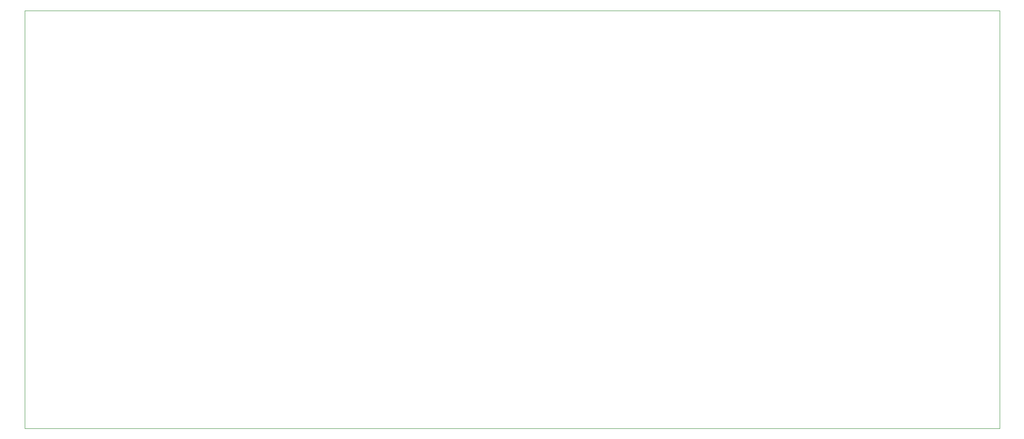
<source format=gbr>
%TF.GenerationSoftware,KiCad,Pcbnew,8.0.1*%
%TF.CreationDate,2024-06-11T22:01:04-04:00*%
%TF.ProjectId,classd-amp,636c6173-7364-42d6-916d-702e6b696361,rev?*%
%TF.SameCoordinates,Original*%
%TF.FileFunction,Profile,NP*%
%FSLAX46Y46*%
G04 Gerber Fmt 4.6, Leading zero omitted, Abs format (unit mm)*
G04 Created by KiCad (PCBNEW 8.0.1) date 2024-06-11 22:01:04*
%MOMM*%
%LPD*%
G01*
G04 APERTURE LIST*
%TA.AperFunction,Profile*%
%ADD10C,0.100000*%
%TD*%
G04 APERTURE END LIST*
D10*
X74930000Y-16510000D02*
X261620000Y-16510000D01*
X261620000Y-96520000D01*
X74930000Y-96520000D01*
X74930000Y-16510000D01*
M02*

</source>
